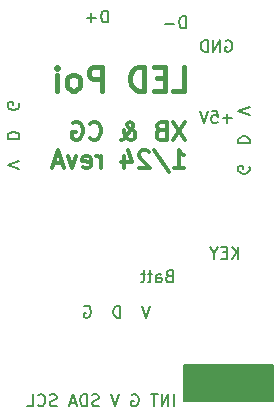
<source format=gbr>
%TF.GenerationSoftware,KiCad,Pcbnew,7.0.9-7.0.9~ubuntu23.10.1*%
%TF.CreationDate,2024-01-10T03:53:02+01:00*%
%TF.ProjectId,LED_poi,4c45445f-706f-4692-9e6b-696361645f70,A*%
%TF.SameCoordinates,Original*%
%TF.FileFunction,Legend,Bot*%
%TF.FilePolarity,Positive*%
%FSLAX46Y46*%
G04 Gerber Fmt 4.6, Leading zero omitted, Abs format (unit mm)*
G04 Created by KiCad (PCBNEW 7.0.9-7.0.9~ubuntu23.10.1) date 2024-01-10 03:53:02*
%MOMM*%
%LPD*%
G01*
G04 APERTURE LIST*
%ADD10C,0.150000*%
%ADD11C,0.400000*%
%ADD12C,0.300000*%
G04 APERTURE END LIST*
D10*
X97250000Y-79000000D02*
X104750000Y-79000000D01*
X104750000Y-82000000D01*
X97250000Y-82000000D01*
X97250000Y-79000000D01*
G36*
X97250000Y-79000000D02*
G01*
X104750000Y-79000000D01*
X104750000Y-82000000D01*
X97250000Y-82000000D01*
X97250000Y-79000000D01*
G37*
D11*
X96308271Y-55734438D02*
X97260652Y-55734438D01*
X97260652Y-55734438D02*
X97260652Y-53734438D01*
X95641604Y-54686819D02*
X94974937Y-54686819D01*
X94689223Y-55734438D02*
X95641604Y-55734438D01*
X95641604Y-55734438D02*
X95641604Y-53734438D01*
X95641604Y-53734438D02*
X94689223Y-53734438D01*
X93832080Y-55734438D02*
X93832080Y-53734438D01*
X93832080Y-53734438D02*
X93355890Y-53734438D01*
X93355890Y-53734438D02*
X93070175Y-53829676D01*
X93070175Y-53829676D02*
X92879699Y-54020152D01*
X92879699Y-54020152D02*
X92784461Y-54210628D01*
X92784461Y-54210628D02*
X92689223Y-54591580D01*
X92689223Y-54591580D02*
X92689223Y-54877295D01*
X92689223Y-54877295D02*
X92784461Y-55258247D01*
X92784461Y-55258247D02*
X92879699Y-55448723D01*
X92879699Y-55448723D02*
X93070175Y-55639200D01*
X93070175Y-55639200D02*
X93355890Y-55734438D01*
X93355890Y-55734438D02*
X93832080Y-55734438D01*
X90308270Y-55734438D02*
X90308270Y-53734438D01*
X90308270Y-53734438D02*
X89546365Y-53734438D01*
X89546365Y-53734438D02*
X89355889Y-53829676D01*
X89355889Y-53829676D02*
X89260651Y-53924914D01*
X89260651Y-53924914D02*
X89165413Y-54115390D01*
X89165413Y-54115390D02*
X89165413Y-54401104D01*
X89165413Y-54401104D02*
X89260651Y-54591580D01*
X89260651Y-54591580D02*
X89355889Y-54686819D01*
X89355889Y-54686819D02*
X89546365Y-54782057D01*
X89546365Y-54782057D02*
X90308270Y-54782057D01*
X88022556Y-55734438D02*
X88213032Y-55639200D01*
X88213032Y-55639200D02*
X88308270Y-55543961D01*
X88308270Y-55543961D02*
X88403508Y-55353485D01*
X88403508Y-55353485D02*
X88403508Y-54782057D01*
X88403508Y-54782057D02*
X88308270Y-54591580D01*
X88308270Y-54591580D02*
X88213032Y-54496342D01*
X88213032Y-54496342D02*
X88022556Y-54401104D01*
X88022556Y-54401104D02*
X87736841Y-54401104D01*
X87736841Y-54401104D02*
X87546365Y-54496342D01*
X87546365Y-54496342D02*
X87451127Y-54591580D01*
X87451127Y-54591580D02*
X87355889Y-54782057D01*
X87355889Y-54782057D02*
X87355889Y-55353485D01*
X87355889Y-55353485D02*
X87451127Y-55543961D01*
X87451127Y-55543961D02*
X87546365Y-55639200D01*
X87546365Y-55639200D02*
X87736841Y-55734438D01*
X87736841Y-55734438D02*
X88022556Y-55734438D01*
X86498746Y-55734438D02*
X86498746Y-54401104D01*
X86498746Y-53734438D02*
X86593984Y-53829676D01*
X86593984Y-53829676D02*
X86498746Y-53924914D01*
X86498746Y-53924914D02*
X86403508Y-53829676D01*
X86403508Y-53829676D02*
X86498746Y-53734438D01*
X86498746Y-53734438D02*
X86498746Y-53924914D01*
D12*
X97338346Y-58385828D02*
X96338346Y-59885828D01*
X96338346Y-58385828D02*
X97338346Y-59885828D01*
X95266918Y-59100114D02*
X95052632Y-59171542D01*
X95052632Y-59171542D02*
X94981203Y-59242971D01*
X94981203Y-59242971D02*
X94909775Y-59385828D01*
X94909775Y-59385828D02*
X94909775Y-59600114D01*
X94909775Y-59600114D02*
X94981203Y-59742971D01*
X94981203Y-59742971D02*
X95052632Y-59814400D01*
X95052632Y-59814400D02*
X95195489Y-59885828D01*
X95195489Y-59885828D02*
X95766918Y-59885828D01*
X95766918Y-59885828D02*
X95766918Y-58385828D01*
X95766918Y-58385828D02*
X95266918Y-58385828D01*
X95266918Y-58385828D02*
X95124061Y-58457257D01*
X95124061Y-58457257D02*
X95052632Y-58528685D01*
X95052632Y-58528685D02*
X94981203Y-58671542D01*
X94981203Y-58671542D02*
X94981203Y-58814400D01*
X94981203Y-58814400D02*
X95052632Y-58957257D01*
X95052632Y-58957257D02*
X95124061Y-59028685D01*
X95124061Y-59028685D02*
X95266918Y-59100114D01*
X95266918Y-59100114D02*
X95766918Y-59100114D01*
X91909775Y-59885828D02*
X91981204Y-59885828D01*
X91981204Y-59885828D02*
X92124061Y-59814400D01*
X92124061Y-59814400D02*
X92338346Y-59600114D01*
X92338346Y-59600114D02*
X92695489Y-59171542D01*
X92695489Y-59171542D02*
X92838346Y-58957257D01*
X92838346Y-58957257D02*
X92909775Y-58742971D01*
X92909775Y-58742971D02*
X92909775Y-58600114D01*
X92909775Y-58600114D02*
X92838346Y-58457257D01*
X92838346Y-58457257D02*
X92695489Y-58385828D01*
X92695489Y-58385828D02*
X92624061Y-58385828D01*
X92624061Y-58385828D02*
X92481204Y-58457257D01*
X92481204Y-58457257D02*
X92409775Y-58600114D01*
X92409775Y-58600114D02*
X92409775Y-58671542D01*
X92409775Y-58671542D02*
X92481204Y-58814400D01*
X92481204Y-58814400D02*
X92552632Y-58885828D01*
X92552632Y-58885828D02*
X92981204Y-59171542D01*
X92981204Y-59171542D02*
X93052632Y-59242971D01*
X93052632Y-59242971D02*
X93124061Y-59385828D01*
X93124061Y-59385828D02*
X93124061Y-59600114D01*
X93124061Y-59600114D02*
X93052632Y-59742971D01*
X93052632Y-59742971D02*
X92981204Y-59814400D01*
X92981204Y-59814400D02*
X92838346Y-59885828D01*
X92838346Y-59885828D02*
X92624061Y-59885828D01*
X92624061Y-59885828D02*
X92481204Y-59814400D01*
X92481204Y-59814400D02*
X92409775Y-59742971D01*
X92409775Y-59742971D02*
X92195489Y-59457257D01*
X92195489Y-59457257D02*
X92124061Y-59242971D01*
X92124061Y-59242971D02*
X92124061Y-59100114D01*
X89266918Y-59742971D02*
X89338346Y-59814400D01*
X89338346Y-59814400D02*
X89552632Y-59885828D01*
X89552632Y-59885828D02*
X89695489Y-59885828D01*
X89695489Y-59885828D02*
X89909775Y-59814400D01*
X89909775Y-59814400D02*
X90052632Y-59671542D01*
X90052632Y-59671542D02*
X90124061Y-59528685D01*
X90124061Y-59528685D02*
X90195489Y-59242971D01*
X90195489Y-59242971D02*
X90195489Y-59028685D01*
X90195489Y-59028685D02*
X90124061Y-58742971D01*
X90124061Y-58742971D02*
X90052632Y-58600114D01*
X90052632Y-58600114D02*
X89909775Y-58457257D01*
X89909775Y-58457257D02*
X89695489Y-58385828D01*
X89695489Y-58385828D02*
X89552632Y-58385828D01*
X89552632Y-58385828D02*
X89338346Y-58457257D01*
X89338346Y-58457257D02*
X89266918Y-58528685D01*
X87838346Y-58457257D02*
X87981204Y-58385828D01*
X87981204Y-58385828D02*
X88195489Y-58385828D01*
X88195489Y-58385828D02*
X88409775Y-58457257D01*
X88409775Y-58457257D02*
X88552632Y-58600114D01*
X88552632Y-58600114D02*
X88624061Y-58742971D01*
X88624061Y-58742971D02*
X88695489Y-59028685D01*
X88695489Y-59028685D02*
X88695489Y-59242971D01*
X88695489Y-59242971D02*
X88624061Y-59528685D01*
X88624061Y-59528685D02*
X88552632Y-59671542D01*
X88552632Y-59671542D02*
X88409775Y-59814400D01*
X88409775Y-59814400D02*
X88195489Y-59885828D01*
X88195489Y-59885828D02*
X88052632Y-59885828D01*
X88052632Y-59885828D02*
X87838346Y-59814400D01*
X87838346Y-59814400D02*
X87766918Y-59742971D01*
X87766918Y-59742971D02*
X87766918Y-59242971D01*
X87766918Y-59242971D02*
X88052632Y-59242971D01*
X96409774Y-62300828D02*
X97266917Y-62300828D01*
X96838346Y-62300828D02*
X96838346Y-60800828D01*
X96838346Y-60800828D02*
X96981203Y-61015114D01*
X96981203Y-61015114D02*
X97124060Y-61157971D01*
X97124060Y-61157971D02*
X97266917Y-61229400D01*
X94695489Y-60729400D02*
X95981203Y-62657971D01*
X94266917Y-60943685D02*
X94195489Y-60872257D01*
X94195489Y-60872257D02*
X94052632Y-60800828D01*
X94052632Y-60800828D02*
X93695489Y-60800828D01*
X93695489Y-60800828D02*
X93552632Y-60872257D01*
X93552632Y-60872257D02*
X93481203Y-60943685D01*
X93481203Y-60943685D02*
X93409774Y-61086542D01*
X93409774Y-61086542D02*
X93409774Y-61229400D01*
X93409774Y-61229400D02*
X93481203Y-61443685D01*
X93481203Y-61443685D02*
X94338346Y-62300828D01*
X94338346Y-62300828D02*
X93409774Y-62300828D01*
X92124061Y-61300828D02*
X92124061Y-62300828D01*
X92481203Y-60729400D02*
X92838346Y-61800828D01*
X92838346Y-61800828D02*
X91909775Y-61800828D01*
X90195490Y-62300828D02*
X90195490Y-61300828D01*
X90195490Y-61586542D02*
X90124061Y-61443685D01*
X90124061Y-61443685D02*
X90052633Y-61372257D01*
X90052633Y-61372257D02*
X89909775Y-61300828D01*
X89909775Y-61300828D02*
X89766918Y-61300828D01*
X88695490Y-62229400D02*
X88838347Y-62300828D01*
X88838347Y-62300828D02*
X89124062Y-62300828D01*
X89124062Y-62300828D02*
X89266919Y-62229400D01*
X89266919Y-62229400D02*
X89338347Y-62086542D01*
X89338347Y-62086542D02*
X89338347Y-61515114D01*
X89338347Y-61515114D02*
X89266919Y-61372257D01*
X89266919Y-61372257D02*
X89124062Y-61300828D01*
X89124062Y-61300828D02*
X88838347Y-61300828D01*
X88838347Y-61300828D02*
X88695490Y-61372257D01*
X88695490Y-61372257D02*
X88624062Y-61515114D01*
X88624062Y-61515114D02*
X88624062Y-61657971D01*
X88624062Y-61657971D02*
X89338347Y-61800828D01*
X88124062Y-61300828D02*
X87766919Y-62300828D01*
X87766919Y-62300828D02*
X87409776Y-61300828D01*
X86909776Y-61872257D02*
X86195491Y-61872257D01*
X87052633Y-62300828D02*
X86552633Y-60800828D01*
X86552633Y-60800828D02*
X86052633Y-62300828D01*
D10*
X96392857Y-82454819D02*
X96392857Y-81454819D01*
X95916667Y-82454819D02*
X95916667Y-81454819D01*
X95916667Y-81454819D02*
X95345239Y-82454819D01*
X95345239Y-82454819D02*
X95345239Y-81454819D01*
X95011905Y-81454819D02*
X94440477Y-81454819D01*
X94726191Y-82454819D02*
X94726191Y-81454819D01*
X92821429Y-81502438D02*
X92916667Y-81454819D01*
X92916667Y-81454819D02*
X93059524Y-81454819D01*
X93059524Y-81454819D02*
X93202381Y-81502438D01*
X93202381Y-81502438D02*
X93297619Y-81597676D01*
X93297619Y-81597676D02*
X93345238Y-81692914D01*
X93345238Y-81692914D02*
X93392857Y-81883390D01*
X93392857Y-81883390D02*
X93392857Y-82026247D01*
X93392857Y-82026247D02*
X93345238Y-82216723D01*
X93345238Y-82216723D02*
X93297619Y-82311961D01*
X93297619Y-82311961D02*
X93202381Y-82407200D01*
X93202381Y-82407200D02*
X93059524Y-82454819D01*
X93059524Y-82454819D02*
X92964286Y-82454819D01*
X92964286Y-82454819D02*
X92821429Y-82407200D01*
X92821429Y-82407200D02*
X92773810Y-82359580D01*
X92773810Y-82359580D02*
X92773810Y-82026247D01*
X92773810Y-82026247D02*
X92964286Y-82026247D01*
X91726190Y-81454819D02*
X91392857Y-82454819D01*
X91392857Y-82454819D02*
X91059524Y-81454819D01*
X90011904Y-82407200D02*
X89869047Y-82454819D01*
X89869047Y-82454819D02*
X89630952Y-82454819D01*
X89630952Y-82454819D02*
X89535714Y-82407200D01*
X89535714Y-82407200D02*
X89488095Y-82359580D01*
X89488095Y-82359580D02*
X89440476Y-82264342D01*
X89440476Y-82264342D02*
X89440476Y-82169104D01*
X89440476Y-82169104D02*
X89488095Y-82073866D01*
X89488095Y-82073866D02*
X89535714Y-82026247D01*
X89535714Y-82026247D02*
X89630952Y-81978628D01*
X89630952Y-81978628D02*
X89821428Y-81931009D01*
X89821428Y-81931009D02*
X89916666Y-81883390D01*
X89916666Y-81883390D02*
X89964285Y-81835771D01*
X89964285Y-81835771D02*
X90011904Y-81740533D01*
X90011904Y-81740533D02*
X90011904Y-81645295D01*
X90011904Y-81645295D02*
X89964285Y-81550057D01*
X89964285Y-81550057D02*
X89916666Y-81502438D01*
X89916666Y-81502438D02*
X89821428Y-81454819D01*
X89821428Y-81454819D02*
X89583333Y-81454819D01*
X89583333Y-81454819D02*
X89440476Y-81502438D01*
X89011904Y-82454819D02*
X89011904Y-81454819D01*
X89011904Y-81454819D02*
X88773809Y-81454819D01*
X88773809Y-81454819D02*
X88630952Y-81502438D01*
X88630952Y-81502438D02*
X88535714Y-81597676D01*
X88535714Y-81597676D02*
X88488095Y-81692914D01*
X88488095Y-81692914D02*
X88440476Y-81883390D01*
X88440476Y-81883390D02*
X88440476Y-82026247D01*
X88440476Y-82026247D02*
X88488095Y-82216723D01*
X88488095Y-82216723D02*
X88535714Y-82311961D01*
X88535714Y-82311961D02*
X88630952Y-82407200D01*
X88630952Y-82407200D02*
X88773809Y-82454819D01*
X88773809Y-82454819D02*
X89011904Y-82454819D01*
X88059523Y-82169104D02*
X87583333Y-82169104D01*
X88154761Y-82454819D02*
X87821428Y-81454819D01*
X87821428Y-81454819D02*
X87488095Y-82454819D01*
X86440475Y-82407200D02*
X86297618Y-82454819D01*
X86297618Y-82454819D02*
X86059523Y-82454819D01*
X86059523Y-82454819D02*
X85964285Y-82407200D01*
X85964285Y-82407200D02*
X85916666Y-82359580D01*
X85916666Y-82359580D02*
X85869047Y-82264342D01*
X85869047Y-82264342D02*
X85869047Y-82169104D01*
X85869047Y-82169104D02*
X85916666Y-82073866D01*
X85916666Y-82073866D02*
X85964285Y-82026247D01*
X85964285Y-82026247D02*
X86059523Y-81978628D01*
X86059523Y-81978628D02*
X86249999Y-81931009D01*
X86249999Y-81931009D02*
X86345237Y-81883390D01*
X86345237Y-81883390D02*
X86392856Y-81835771D01*
X86392856Y-81835771D02*
X86440475Y-81740533D01*
X86440475Y-81740533D02*
X86440475Y-81645295D01*
X86440475Y-81645295D02*
X86392856Y-81550057D01*
X86392856Y-81550057D02*
X86345237Y-81502438D01*
X86345237Y-81502438D02*
X86249999Y-81454819D01*
X86249999Y-81454819D02*
X86011904Y-81454819D01*
X86011904Y-81454819D02*
X85869047Y-81502438D01*
X84869047Y-82359580D02*
X84916666Y-82407200D01*
X84916666Y-82407200D02*
X85059523Y-82454819D01*
X85059523Y-82454819D02*
X85154761Y-82454819D01*
X85154761Y-82454819D02*
X85297618Y-82407200D01*
X85297618Y-82407200D02*
X85392856Y-82311961D01*
X85392856Y-82311961D02*
X85440475Y-82216723D01*
X85440475Y-82216723D02*
X85488094Y-82026247D01*
X85488094Y-82026247D02*
X85488094Y-81883390D01*
X85488094Y-81883390D02*
X85440475Y-81692914D01*
X85440475Y-81692914D02*
X85392856Y-81597676D01*
X85392856Y-81597676D02*
X85297618Y-81502438D01*
X85297618Y-81502438D02*
X85154761Y-81454819D01*
X85154761Y-81454819D02*
X85059523Y-81454819D01*
X85059523Y-81454819D02*
X84916666Y-81502438D01*
X84916666Y-81502438D02*
X84869047Y-81550057D01*
X83964285Y-82454819D02*
X84440475Y-82454819D01*
X84440475Y-82454819D02*
X84440475Y-81454819D01*
X101285713Y-58073866D02*
X100523809Y-58073866D01*
X100904761Y-58454819D02*
X100904761Y-57692914D01*
X99571428Y-57454819D02*
X100047618Y-57454819D01*
X100047618Y-57454819D02*
X100095237Y-57931009D01*
X100095237Y-57931009D02*
X100047618Y-57883390D01*
X100047618Y-57883390D02*
X99952380Y-57835771D01*
X99952380Y-57835771D02*
X99714285Y-57835771D01*
X99714285Y-57835771D02*
X99619047Y-57883390D01*
X99619047Y-57883390D02*
X99571428Y-57931009D01*
X99571428Y-57931009D02*
X99523809Y-58026247D01*
X99523809Y-58026247D02*
X99523809Y-58264342D01*
X99523809Y-58264342D02*
X99571428Y-58359580D01*
X99571428Y-58359580D02*
X99619047Y-58407200D01*
X99619047Y-58407200D02*
X99714285Y-58454819D01*
X99714285Y-58454819D02*
X99952380Y-58454819D01*
X99952380Y-58454819D02*
X100047618Y-58407200D01*
X100047618Y-58407200D02*
X100095237Y-58359580D01*
X99238094Y-57454819D02*
X98904761Y-58454819D01*
X98904761Y-58454819D02*
X98571428Y-57454819D01*
X100761904Y-51502438D02*
X100857142Y-51454819D01*
X100857142Y-51454819D02*
X100999999Y-51454819D01*
X100999999Y-51454819D02*
X101142856Y-51502438D01*
X101142856Y-51502438D02*
X101238094Y-51597676D01*
X101238094Y-51597676D02*
X101285713Y-51692914D01*
X101285713Y-51692914D02*
X101333332Y-51883390D01*
X101333332Y-51883390D02*
X101333332Y-52026247D01*
X101333332Y-52026247D02*
X101285713Y-52216723D01*
X101285713Y-52216723D02*
X101238094Y-52311961D01*
X101238094Y-52311961D02*
X101142856Y-52407200D01*
X101142856Y-52407200D02*
X100999999Y-52454819D01*
X100999999Y-52454819D02*
X100904761Y-52454819D01*
X100904761Y-52454819D02*
X100761904Y-52407200D01*
X100761904Y-52407200D02*
X100714285Y-52359580D01*
X100714285Y-52359580D02*
X100714285Y-52026247D01*
X100714285Y-52026247D02*
X100904761Y-52026247D01*
X100285713Y-52454819D02*
X100285713Y-51454819D01*
X100285713Y-51454819D02*
X99714285Y-52454819D01*
X99714285Y-52454819D02*
X99714285Y-51454819D01*
X99238094Y-52454819D02*
X99238094Y-51454819D01*
X99238094Y-51454819D02*
X98999999Y-51454819D01*
X98999999Y-51454819D02*
X98857142Y-51502438D01*
X98857142Y-51502438D02*
X98761904Y-51597676D01*
X98761904Y-51597676D02*
X98714285Y-51692914D01*
X98714285Y-51692914D02*
X98666666Y-51883390D01*
X98666666Y-51883390D02*
X98666666Y-52026247D01*
X98666666Y-52026247D02*
X98714285Y-52216723D01*
X98714285Y-52216723D02*
X98761904Y-52311961D01*
X98761904Y-52311961D02*
X98857142Y-52407200D01*
X98857142Y-52407200D02*
X98999999Y-52454819D01*
X98999999Y-52454819D02*
X99238094Y-52454819D01*
X94357142Y-73954819D02*
X94023809Y-74954819D01*
X94023809Y-74954819D02*
X93690476Y-73954819D01*
X91833332Y-74954819D02*
X91833332Y-73954819D01*
X91833332Y-73954819D02*
X91595237Y-73954819D01*
X91595237Y-73954819D02*
X91452380Y-74002438D01*
X91452380Y-74002438D02*
X91357142Y-74097676D01*
X91357142Y-74097676D02*
X91309523Y-74192914D01*
X91309523Y-74192914D02*
X91261904Y-74383390D01*
X91261904Y-74383390D02*
X91261904Y-74526247D01*
X91261904Y-74526247D02*
X91309523Y-74716723D01*
X91309523Y-74716723D02*
X91357142Y-74811961D01*
X91357142Y-74811961D02*
X91452380Y-74907200D01*
X91452380Y-74907200D02*
X91595237Y-74954819D01*
X91595237Y-74954819D02*
X91833332Y-74954819D01*
X88785713Y-74002438D02*
X88880951Y-73954819D01*
X88880951Y-73954819D02*
X89023808Y-73954819D01*
X89023808Y-73954819D02*
X89166665Y-74002438D01*
X89166665Y-74002438D02*
X89261903Y-74097676D01*
X89261903Y-74097676D02*
X89309522Y-74192914D01*
X89309522Y-74192914D02*
X89357141Y-74383390D01*
X89357141Y-74383390D02*
X89357141Y-74526247D01*
X89357141Y-74526247D02*
X89309522Y-74716723D01*
X89309522Y-74716723D02*
X89261903Y-74811961D01*
X89261903Y-74811961D02*
X89166665Y-74907200D01*
X89166665Y-74907200D02*
X89023808Y-74954819D01*
X89023808Y-74954819D02*
X88928570Y-74954819D01*
X88928570Y-74954819D02*
X88785713Y-74907200D01*
X88785713Y-74907200D02*
X88738094Y-74859580D01*
X88738094Y-74859580D02*
X88738094Y-74526247D01*
X88738094Y-74526247D02*
X88928570Y-74526247D01*
X83295180Y-62357142D02*
X82295180Y-62023809D01*
X82295180Y-62023809D02*
X83295180Y-61690476D01*
X82295180Y-59833332D02*
X83295180Y-59833332D01*
X83295180Y-59833332D02*
X83295180Y-59595237D01*
X83295180Y-59595237D02*
X83247561Y-59452380D01*
X83247561Y-59452380D02*
X83152323Y-59357142D01*
X83152323Y-59357142D02*
X83057085Y-59309523D01*
X83057085Y-59309523D02*
X82866609Y-59261904D01*
X82866609Y-59261904D02*
X82723752Y-59261904D01*
X82723752Y-59261904D02*
X82533276Y-59309523D01*
X82533276Y-59309523D02*
X82438038Y-59357142D01*
X82438038Y-59357142D02*
X82342800Y-59452380D01*
X82342800Y-59452380D02*
X82295180Y-59595237D01*
X82295180Y-59595237D02*
X82295180Y-59833332D01*
X83247561Y-56785713D02*
X83295180Y-56880951D01*
X83295180Y-56880951D02*
X83295180Y-57023808D01*
X83295180Y-57023808D02*
X83247561Y-57166665D01*
X83247561Y-57166665D02*
X83152323Y-57261903D01*
X83152323Y-57261903D02*
X83057085Y-57309522D01*
X83057085Y-57309522D02*
X82866609Y-57357141D01*
X82866609Y-57357141D02*
X82723752Y-57357141D01*
X82723752Y-57357141D02*
X82533276Y-57309522D01*
X82533276Y-57309522D02*
X82438038Y-57261903D01*
X82438038Y-57261903D02*
X82342800Y-57166665D01*
X82342800Y-57166665D02*
X82295180Y-57023808D01*
X82295180Y-57023808D02*
X82295180Y-56928570D01*
X82295180Y-56928570D02*
X82342800Y-56785713D01*
X82342800Y-56785713D02*
X82390419Y-56738094D01*
X82390419Y-56738094D02*
X82723752Y-56738094D01*
X82723752Y-56738094D02*
X82723752Y-56928570D01*
X97380951Y-50454819D02*
X97380951Y-49454819D01*
X97380951Y-49454819D02*
X97142856Y-49454819D01*
X97142856Y-49454819D02*
X96999999Y-49502438D01*
X96999999Y-49502438D02*
X96904761Y-49597676D01*
X96904761Y-49597676D02*
X96857142Y-49692914D01*
X96857142Y-49692914D02*
X96809523Y-49883390D01*
X96809523Y-49883390D02*
X96809523Y-50026247D01*
X96809523Y-50026247D02*
X96857142Y-50216723D01*
X96857142Y-50216723D02*
X96904761Y-50311961D01*
X96904761Y-50311961D02*
X96999999Y-50407200D01*
X96999999Y-50407200D02*
X97142856Y-50454819D01*
X97142856Y-50454819D02*
X97380951Y-50454819D01*
X96380951Y-50073866D02*
X95619047Y-50073866D01*
X101842856Y-69954819D02*
X101842856Y-68954819D01*
X101271428Y-69954819D02*
X101699999Y-69383390D01*
X101271428Y-68954819D02*
X101842856Y-69526247D01*
X100842856Y-69431009D02*
X100509523Y-69431009D01*
X100366666Y-69954819D02*
X100842856Y-69954819D01*
X100842856Y-69954819D02*
X100842856Y-68954819D01*
X100842856Y-68954819D02*
X100366666Y-68954819D01*
X99747618Y-69478628D02*
X99747618Y-69954819D01*
X100080951Y-68954819D02*
X99747618Y-69478628D01*
X99747618Y-69478628D02*
X99414285Y-68954819D01*
X95952381Y-71431009D02*
X95809524Y-71478628D01*
X95809524Y-71478628D02*
X95761905Y-71526247D01*
X95761905Y-71526247D02*
X95714286Y-71621485D01*
X95714286Y-71621485D02*
X95714286Y-71764342D01*
X95714286Y-71764342D02*
X95761905Y-71859580D01*
X95761905Y-71859580D02*
X95809524Y-71907200D01*
X95809524Y-71907200D02*
X95904762Y-71954819D01*
X95904762Y-71954819D02*
X96285714Y-71954819D01*
X96285714Y-71954819D02*
X96285714Y-70954819D01*
X96285714Y-70954819D02*
X95952381Y-70954819D01*
X95952381Y-70954819D02*
X95857143Y-71002438D01*
X95857143Y-71002438D02*
X95809524Y-71050057D01*
X95809524Y-71050057D02*
X95761905Y-71145295D01*
X95761905Y-71145295D02*
X95761905Y-71240533D01*
X95761905Y-71240533D02*
X95809524Y-71335771D01*
X95809524Y-71335771D02*
X95857143Y-71383390D01*
X95857143Y-71383390D02*
X95952381Y-71431009D01*
X95952381Y-71431009D02*
X96285714Y-71431009D01*
X94857143Y-71954819D02*
X94857143Y-71431009D01*
X94857143Y-71431009D02*
X94904762Y-71335771D01*
X94904762Y-71335771D02*
X95000000Y-71288152D01*
X95000000Y-71288152D02*
X95190476Y-71288152D01*
X95190476Y-71288152D02*
X95285714Y-71335771D01*
X94857143Y-71907200D02*
X94952381Y-71954819D01*
X94952381Y-71954819D02*
X95190476Y-71954819D01*
X95190476Y-71954819D02*
X95285714Y-71907200D01*
X95285714Y-71907200D02*
X95333333Y-71811961D01*
X95333333Y-71811961D02*
X95333333Y-71716723D01*
X95333333Y-71716723D02*
X95285714Y-71621485D01*
X95285714Y-71621485D02*
X95190476Y-71573866D01*
X95190476Y-71573866D02*
X94952381Y-71573866D01*
X94952381Y-71573866D02*
X94857143Y-71526247D01*
X94523809Y-71288152D02*
X94142857Y-71288152D01*
X94380952Y-70954819D02*
X94380952Y-71811961D01*
X94380952Y-71811961D02*
X94333333Y-71907200D01*
X94333333Y-71907200D02*
X94238095Y-71954819D01*
X94238095Y-71954819D02*
X94142857Y-71954819D01*
X93952380Y-71288152D02*
X93571428Y-71288152D01*
X93809523Y-70954819D02*
X93809523Y-71811961D01*
X93809523Y-71811961D02*
X93761904Y-71907200D01*
X93761904Y-71907200D02*
X93666666Y-71954819D01*
X93666666Y-71954819D02*
X93571428Y-71954819D01*
X102747561Y-62190476D02*
X102795180Y-62285714D01*
X102795180Y-62285714D02*
X102795180Y-62428571D01*
X102795180Y-62428571D02*
X102747561Y-62571428D01*
X102747561Y-62571428D02*
X102652323Y-62666666D01*
X102652323Y-62666666D02*
X102557085Y-62714285D01*
X102557085Y-62714285D02*
X102366609Y-62761904D01*
X102366609Y-62761904D02*
X102223752Y-62761904D01*
X102223752Y-62761904D02*
X102033276Y-62714285D01*
X102033276Y-62714285D02*
X101938038Y-62666666D01*
X101938038Y-62666666D02*
X101842800Y-62571428D01*
X101842800Y-62571428D02*
X101795180Y-62428571D01*
X101795180Y-62428571D02*
X101795180Y-62333333D01*
X101795180Y-62333333D02*
X101842800Y-62190476D01*
X101842800Y-62190476D02*
X101890419Y-62142857D01*
X101890419Y-62142857D02*
X102223752Y-62142857D01*
X102223752Y-62142857D02*
X102223752Y-62333333D01*
X101795180Y-60190475D02*
X102795180Y-60190475D01*
X102795180Y-60190475D02*
X102795180Y-59952380D01*
X102795180Y-59952380D02*
X102747561Y-59809523D01*
X102747561Y-59809523D02*
X102652323Y-59714285D01*
X102652323Y-59714285D02*
X102557085Y-59666666D01*
X102557085Y-59666666D02*
X102366609Y-59619047D01*
X102366609Y-59619047D02*
X102223752Y-59619047D01*
X102223752Y-59619047D02*
X102033276Y-59666666D01*
X102033276Y-59666666D02*
X101938038Y-59714285D01*
X101938038Y-59714285D02*
X101842800Y-59809523D01*
X101842800Y-59809523D02*
X101795180Y-59952380D01*
X101795180Y-59952380D02*
X101795180Y-60190475D01*
X102795180Y-57809522D02*
X101795180Y-57476189D01*
X101795180Y-57476189D02*
X102795180Y-57142856D01*
X90780951Y-49954819D02*
X90780951Y-48954819D01*
X90780951Y-48954819D02*
X90542856Y-48954819D01*
X90542856Y-48954819D02*
X90399999Y-49002438D01*
X90399999Y-49002438D02*
X90304761Y-49097676D01*
X90304761Y-49097676D02*
X90257142Y-49192914D01*
X90257142Y-49192914D02*
X90209523Y-49383390D01*
X90209523Y-49383390D02*
X90209523Y-49526247D01*
X90209523Y-49526247D02*
X90257142Y-49716723D01*
X90257142Y-49716723D02*
X90304761Y-49811961D01*
X90304761Y-49811961D02*
X90399999Y-49907200D01*
X90399999Y-49907200D02*
X90542856Y-49954819D01*
X90542856Y-49954819D02*
X90780951Y-49954819D01*
X89780951Y-49573866D02*
X89019047Y-49573866D01*
X89399999Y-49954819D02*
X89399999Y-49192914D01*
M02*

</source>
